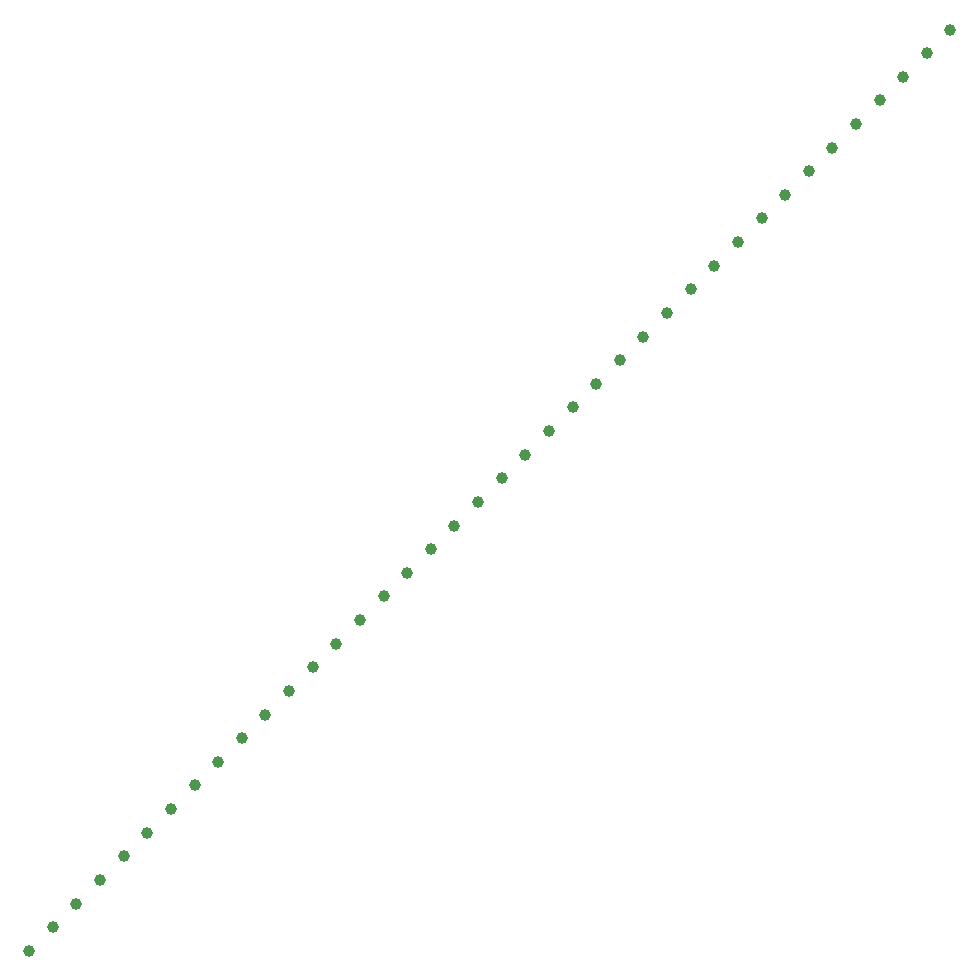
<source format=gbr>
G04 Examples for testing time performance of Gerber parsers*
%FSLAX26Y26*%
%MOMM*%
%ADD10C,1*%
%LPD*%
D10*
X0Y0D03*
X78000000Y78000000D03*
X2000000Y2000000D03*
X4000000Y4000000D03*
X6000000Y6000000D03*
X8000000Y8000000D03*
X10000000Y10000000D03*
X12000000Y12000000D03*
X14000000Y14000000D03*
X16000000Y16000000D03*
X18000000Y18000000D03*
X20000000Y20000000D03*
X22000000Y22000000D03*
X24000000Y24000000D03*
X26000000Y26000000D03*
X28000000Y28000000D03*
X30000000Y30000000D03*
X32000000Y32000000D03*
X34000000Y34000000D03*
X36000000Y36000000D03*
X38000000Y38000000D03*
X40000000Y40000000D03*
X42000000Y42000000D03*
X44000000Y44000000D03*
X46000000Y46000000D03*
X48000000Y48000000D03*
X50000000Y50000000D03*
X52000000Y52000000D03*
X54000000Y54000000D03*
X56000000Y56000000D03*
X58000000Y58000000D03*
X60000000Y60000000D03*
X62000000Y62000000D03*
X64000000Y64000000D03*
X66000000Y66000000D03*
X68000000Y68000000D03*
X70000000Y70000000D03*
X72000000Y72000000D03*
X74000000Y74000000D03*
X76000000Y76000000D03*
M02*

</source>
